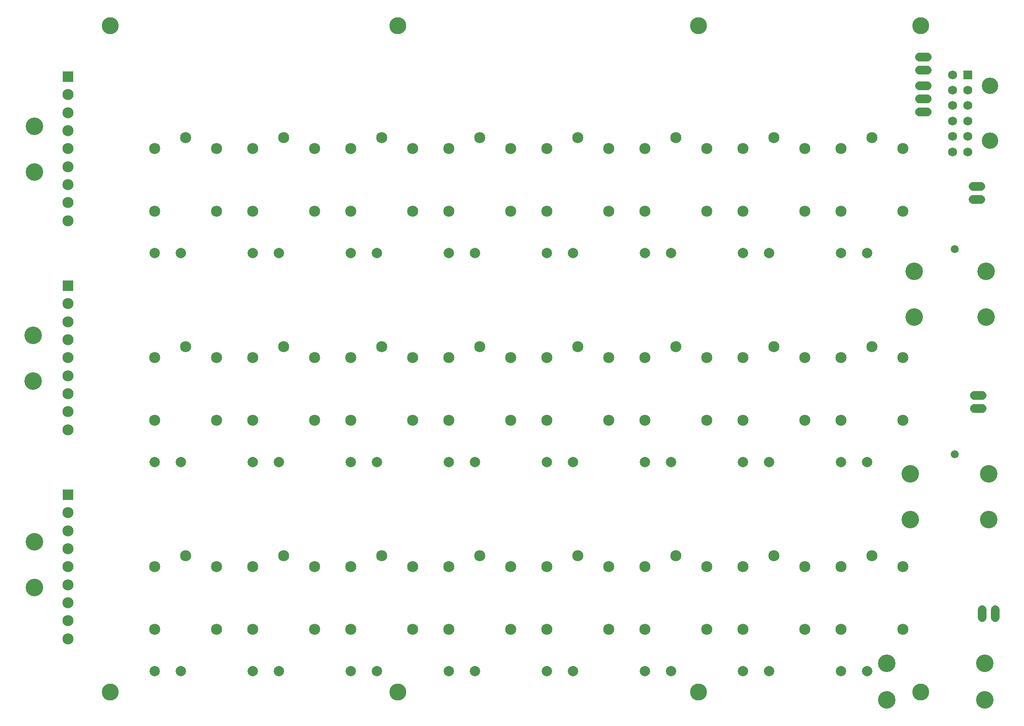
<source format=gbs>
G75*
G70*
%OFA0B0*%
%FSLAX24Y24*%
%IPPOS*%
%LPD*%
%AMOC8*
5,1,8,0,0,1.08239X$1,22.5*
%
%ADD10C,0.1300*%
%ADD11C,0.1340*%
%ADD12C,0.1261*%
%ADD13C,0.0682*%
%ADD14R,0.0682X0.0682*%
%ADD15C,0.0848*%
%ADD16C,0.0789*%
%ADD17R,0.0848X0.0848*%
%ADD18C,0.0680*%
%ADD19C,0.0611*%
D10*
X010386Y002992D03*
X032386Y002992D03*
X055386Y002992D03*
X072386Y002992D03*
X072386Y053992D03*
X055386Y053992D03*
X032386Y053992D03*
X010386Y053992D03*
D11*
X004586Y046289D03*
X004586Y042789D03*
X004486Y030289D03*
X004486Y026789D03*
X004586Y014489D03*
X004586Y010989D03*
X069786Y005189D03*
X069786Y002389D03*
X077286Y002389D03*
X077286Y005189D03*
X077586Y016189D03*
X077586Y019689D03*
X071586Y019689D03*
X071586Y016189D03*
X071886Y031689D03*
X071886Y035189D03*
X077386Y035189D03*
X077386Y031689D03*
D12*
X077686Y045183D03*
X077686Y049396D03*
D13*
X075986Y049061D03*
X075986Y047880D03*
X075986Y046699D03*
X075986Y045518D03*
X074805Y045518D03*
X074805Y046699D03*
X074805Y047880D03*
X074805Y049061D03*
X074805Y050242D03*
X074805Y044337D03*
X075986Y044337D03*
D14*
X075986Y050242D03*
D15*
X007142Y007077D03*
X007142Y008455D03*
X007142Y009833D03*
X007142Y011211D03*
X007142Y012589D03*
X007142Y013967D03*
X007142Y015345D03*
X007142Y016723D03*
X013786Y012589D03*
X016149Y013416D03*
X018511Y012589D03*
X021286Y012589D03*
X023649Y013416D03*
X026011Y012589D03*
X028786Y012589D03*
X031149Y013416D03*
X033511Y012589D03*
X036286Y012589D03*
X038649Y013416D03*
X041011Y012589D03*
X043786Y012589D03*
X046149Y013416D03*
X048511Y012589D03*
X051286Y012589D03*
X053649Y013416D03*
X056011Y012589D03*
X058786Y012589D03*
X061149Y013416D03*
X063511Y012589D03*
X066286Y012589D03*
X068649Y013416D03*
X071011Y012589D03*
X071011Y007786D03*
X066286Y007786D03*
X063511Y007786D03*
X058786Y007786D03*
X056011Y007786D03*
X051286Y007786D03*
X048511Y007786D03*
X043786Y007786D03*
X041011Y007786D03*
X036286Y007786D03*
X033511Y007786D03*
X028786Y007786D03*
X026011Y007786D03*
X021286Y007786D03*
X018511Y007786D03*
X013786Y007786D03*
X007142Y023077D03*
X007142Y024455D03*
X007142Y025833D03*
X007142Y027211D03*
X007142Y028589D03*
X007142Y029967D03*
X007142Y031345D03*
X007142Y032723D03*
X013786Y028589D03*
X016149Y029416D03*
X018511Y028589D03*
X021286Y028589D03*
X023649Y029416D03*
X026011Y028589D03*
X028786Y028589D03*
X031149Y029416D03*
X033511Y028589D03*
X036286Y028589D03*
X038649Y029416D03*
X041011Y028589D03*
X043786Y028589D03*
X046149Y029416D03*
X048511Y028589D03*
X051286Y028589D03*
X053649Y029416D03*
X056011Y028589D03*
X058786Y028589D03*
X061149Y029416D03*
X063511Y028589D03*
X066286Y028589D03*
X068649Y029416D03*
X071011Y028589D03*
X071011Y023786D03*
X066286Y023786D03*
X063511Y023786D03*
X058786Y023786D03*
X056011Y023786D03*
X051286Y023786D03*
X048511Y023786D03*
X043786Y023786D03*
X041011Y023786D03*
X036286Y023786D03*
X033511Y023786D03*
X028786Y023786D03*
X026011Y023786D03*
X021286Y023786D03*
X018511Y023786D03*
X013786Y023786D03*
X007142Y039077D03*
X007142Y040455D03*
X007142Y041833D03*
X007142Y043211D03*
X007142Y044589D03*
X007142Y045967D03*
X007142Y047345D03*
X007142Y048723D03*
X013786Y044589D03*
X016149Y045416D03*
X018511Y044589D03*
X021286Y044589D03*
X023649Y045416D03*
X026011Y044589D03*
X028786Y044589D03*
X031149Y045416D03*
X033511Y044589D03*
X036286Y044589D03*
X038649Y045416D03*
X041011Y044589D03*
X043786Y044589D03*
X046149Y045416D03*
X048511Y044589D03*
X051286Y044589D03*
X053649Y045416D03*
X056011Y044589D03*
X058786Y044589D03*
X061149Y045416D03*
X063511Y044589D03*
X066286Y044589D03*
X068649Y045416D03*
X071011Y044589D03*
X071011Y039786D03*
X066286Y039786D03*
X063511Y039786D03*
X058786Y039786D03*
X056011Y039786D03*
X051286Y039786D03*
X048511Y039786D03*
X043786Y039786D03*
X041011Y039786D03*
X036286Y039786D03*
X033511Y039786D03*
X028786Y039786D03*
X026011Y039786D03*
X021286Y039786D03*
X018511Y039786D03*
X013786Y039786D03*
D16*
X013786Y036589D03*
X015786Y036589D03*
X021286Y036589D03*
X023286Y036589D03*
X028786Y036589D03*
X030786Y036589D03*
X036286Y036589D03*
X038286Y036589D03*
X043786Y036589D03*
X045786Y036589D03*
X051286Y036589D03*
X053286Y036589D03*
X058786Y036589D03*
X060786Y036589D03*
X066286Y036589D03*
X068286Y036589D03*
X068286Y020589D03*
X066286Y020589D03*
X060786Y020589D03*
X058786Y020589D03*
X053286Y020589D03*
X051286Y020589D03*
X045786Y020589D03*
X043786Y020589D03*
X038286Y020589D03*
X036286Y020589D03*
X030786Y020589D03*
X028786Y020589D03*
X023286Y020589D03*
X021286Y020589D03*
X015786Y020589D03*
X013786Y020589D03*
X013786Y004589D03*
X015786Y004589D03*
X021286Y004589D03*
X023286Y004589D03*
X028786Y004589D03*
X030786Y004589D03*
X036286Y004589D03*
X038286Y004589D03*
X043786Y004589D03*
X045786Y004589D03*
X051286Y004589D03*
X053286Y004589D03*
X058786Y004589D03*
X060786Y004589D03*
X066286Y004589D03*
X068286Y004589D03*
D17*
X007142Y018101D03*
X007142Y034101D03*
X007142Y050101D03*
D18*
X072286Y050589D02*
X072886Y050589D01*
X072886Y051589D02*
X072286Y051589D01*
X072286Y049389D02*
X072886Y049389D01*
X072886Y048389D02*
X072286Y048389D01*
X072286Y047389D02*
X072886Y047389D01*
X076386Y041689D02*
X076986Y041689D01*
X076986Y040689D02*
X076386Y040689D01*
X076486Y025689D02*
X077086Y025689D01*
X077086Y024689D02*
X076486Y024689D01*
X077086Y009289D02*
X077086Y008689D01*
X078086Y008689D02*
X078086Y009289D01*
D19*
X074986Y021189D03*
X074986Y036889D03*
M02*

</source>
